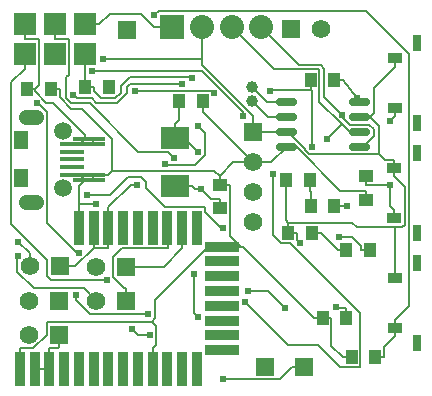
<source format=gtl>
G04 ---------------------------- Layer name :TOP LAYER*
G04 easyEDA 0.1*
G04 Scale: 100 percent, Rotated: No, Reflected: No *
G04 Dimensions in inches *
G04 leading zeros omitted , absolute positions ,2 integer and 4 * 
%FSLAX24Y24*%
%MOIN*%
G90*
G70D02*

%ADD11C,0.007080*%
%ADD12C,0.027559*%
%ADD13C,0.024016*%
%ADD14R,0.039370X0.049212*%
%ADD15R,0.049212X0.039370*%
%ADD16R,0.031496X0.057086*%
%ADD17R,0.050000X0.035433*%
%ADD18R,0.094488X0.074803*%
%ADD19R,0.078740X0.017716*%
%ADD20R,0.047240X0.062992*%
%ADD21R,0.033500X0.118100*%
%ADD22R,0.118100X0.033500*%
%ADD23R,0.080000X0.080000*%
%ADD24C,0.080000*%
%ADD26C,0.039370*%
%ADD28R,0.074000X0.074000*%
%ADD29C,0.059055*%
%ADD31R,0.062000X0.062000*%
%ADD32C,0.062000*%
%ADD34C,0.051181*%

%LPD*%
G54D11*
G01X934Y9832D02*
G01X1071Y9969D01*
G01X1071Y11507D01*
G01X1051Y11528D01*
G01X600Y11528D01*
G01X2594Y8169D02*
G01X2594Y8319D01*
G01X1521Y9392D01*
G01X1309Y9392D01*
G01X934Y9769D01*
G01X934Y9832D01*
G01X2869Y8169D02*
G01X2869Y8015D01*
G01X2594Y8169D02*
G01X2869Y8169D01*
G01X673Y9832D02*
G01X934Y9832D01*
G01X2176Y8015D02*
G01X2440Y8015D01*
G01X2594Y8169D01*
G01X2401Y6000D02*
G01X2401Y6617D01*
G01X2600Y6817D01*
G01X2401Y5905D02*
G01X2401Y6000D01*
G01X2401Y6000D02*
G01X2978Y6000D01*
G01X4835Y2082D02*
G01X1342Y2082D01*
G01X1332Y2073D01*
G01X1332Y1655D01*
G01X882Y1205D01*
G01X430Y1205D01*
G01X7160Y4588D02*
G01X6713Y4588D01*
G01X4950Y2826D01*
G01X4950Y2198D01*
G01X4835Y2082D01*
G01X4835Y2082D02*
G01X4976Y1942D01*
G01X4976Y1321D01*
G01X4860Y1205D01*
G01X4860Y519D02*
G01X4860Y1205D01*
G01X430Y519D02*
G01X430Y1205D01*
G01X7385Y4588D02*
G01X7160Y4588D01*
G01X7385Y4588D02*
G01X7788Y4588D01*
G01X3505Y7130D02*
G01X3505Y8167D01*
G01X2492Y9180D01*
G01X2140Y9180D01*
G01X1753Y9565D01*
G01X1753Y9832D01*
G01X3367Y6992D02*
G01X3505Y7130D01*
G01X3505Y7130D02*
G01X6915Y7130D01*
G01X7093Y6953D01*
G01X11959Y6446D02*
G01X11114Y6446D01*
G01X9651Y7911D01*
G01X9318Y7911D01*
G01X7788Y4588D02*
G01X7852Y4588D01*
G01X10227Y2215D01*
G01X10519Y2215D02*
G01X10227Y2215D01*
G01X7434Y6661D02*
G01X7434Y4942D01*
G01X7788Y4588D01*
G01X10665Y2215D02*
G01X10519Y2215D01*
G01X8200Y7400D02*
G01X8806Y7400D01*
G01X9318Y7911D01*
G01X11205Y10150D02*
G01X11681Y9548D01*
G01X10913Y10150D02*
G01X11205Y10150D01*
G01X4996Y11907D02*
G01X4913Y11907D01*
G01X4471Y12348D01*
G01X3421Y12348D01*
G01X3071Y12000D01*
G01X7093Y6953D02*
G01X7539Y7400D01*
G01X8200Y7400D01*
G01X7093Y6661D02*
G01X7093Y6953D01*
G01X7165Y6661D02*
G01X7093Y6661D01*
G01X7165Y6661D02*
G01X7434Y6661D01*
G01X2878Y6992D02*
G01X3367Y6992D01*
G01X2875Y6819D02*
G01X2878Y6823D01*
G01X2878Y6992D01*
G01X2401Y5219D02*
G01X2401Y5905D01*
G01X6534Y9440D02*
G01X6534Y9065D01*
G01X8200Y7400D01*
G01X2600Y6817D02*
G01X2873Y6817D01*
G01X2875Y6819D01*
G01X2600Y12000D02*
G01X3071Y12000D01*
G01X5497Y11907D02*
G01X4996Y11907D01*
G01X1461Y9832D02*
G01X1753Y9832D01*
G01X2176Y6992D02*
G01X2426Y6992D01*
G01X2600Y6817D01*
G01X10665Y2215D02*
G01X10811Y2215D01*
G01X11486Y909D02*
G01X11194Y909D01*
G01X11194Y909D02*
G01X10811Y1292D01*
G01X10811Y2215D01*
G01X11959Y6155D02*
G01X11959Y6446D01*
G01X2890Y4559D02*
G01X2284Y3953D01*
G01X1761Y3953D01*
G01X2890Y4876D02*
G01X2890Y4559D01*
G01X2890Y4559D02*
G01X2890Y4534D01*
G01X6502Y10844D02*
G01X6502Y10632D01*
G01X8200Y8936D01*
G01X8200Y8811D01*
G01X3380Y5905D02*
G01X4119Y6644D01*
G01X4348Y6644D01*
G01X12397Y7673D02*
G01X10081Y7673D01*
G01X9930Y7826D01*
G01X9930Y7861D01*
G01X9381Y8411D01*
G01X9318Y8411D01*
G01X3186Y10844D02*
G01X6502Y10844D01*
G01X6502Y11903D02*
G01X6502Y10844D01*
G01X8200Y8400D02*
G01X8200Y8811D01*
G01X3380Y5219D02*
G01X3380Y5905D01*
G01X3380Y4876D02*
G01X3380Y5219D01*
G01X12922Y5238D02*
G01X11673Y5238D01*
G01X11514Y5396D01*
G01X9377Y5396D01*
G01X9377Y5055D02*
G01X9669Y5055D01*
G01X9756Y4715D02*
G01X9669Y4801D01*
G01X9669Y5055D01*
G01X12910Y6938D02*
G01X13256Y6592D01*
G01X13256Y5321D01*
G01X13172Y5238D01*
G01X12922Y5238D01*
G01X12922Y3807D02*
G01X12922Y5238D01*
G01X12922Y10867D02*
G01X12922Y10596D01*
G01X12089Y8911D02*
G01X12222Y9044D01*
G01X12222Y9896D01*
G01X12922Y10596D01*
G01X8200Y8400D02*
G01X9306Y8400D01*
G01X9318Y8411D01*
G01X12910Y7209D02*
G01X12910Y7482D01*
G01X12910Y7482D02*
G01X12589Y7482D01*
G01X12397Y7673D01*
G01X12089Y8911D02*
G01X12397Y8603D01*
G01X12397Y7673D01*
G01X12922Y3534D02*
G01X12922Y3807D01*
G01X12910Y7209D02*
G01X12910Y6938D01*
G01X3380Y4876D02*
G01X3380Y4534D01*
G01X11757Y8911D02*
G01X12089Y8911D01*
G01X9377Y5396D02*
G01X9302Y5471D01*
G01X9302Y6805D01*
G01X9377Y5055D02*
G01X9377Y5396D01*
G01X1411Y519D02*
G01X1411Y1205D01*
G01X1411Y1205D02*
G01X1700Y1205D01*
G01X1744Y1248D01*
G01X1744Y1661D02*
G01X1744Y1248D01*
G01X921Y519D02*
G01X1411Y519D01*
G01X2890Y5219D02*
G01X2890Y4876D01*
G01X2890Y4534D02*
G01X3380Y4534D01*
G01X5600Y8273D02*
G01X5843Y8273D01*
G01X6364Y7753D01*
G01X5600Y8273D02*
G01X5600Y8682D01*
G01X5600Y8213D02*
G01X5600Y8273D01*
G01X5600Y8682D02*
G01X5747Y8830D01*
G01X5747Y9440D01*
G01X6460Y6513D02*
G01X6806Y6165D01*
G01X7093Y6165D01*
G01X6460Y6513D02*
G01X6253Y6513D01*
G01X6167Y6600D01*
G01X7093Y6019D02*
G01X7093Y5873D01*
G01X7093Y6019D02*
G01X7093Y6165D01*
G01X5600Y6600D02*
G01X6167Y6600D01*
G01X5556Y7542D02*
G01X5355Y7744D01*
G01X4376Y7744D01*
G01X2755Y9365D01*
G01X2148Y9365D01*
G01X1982Y9532D01*
G01X1982Y10234D01*
G01X2071Y10325D01*
G01X2071Y11507D01*
G01X2051Y11528D01*
G01X1600Y11528D01*
G01X1600Y12000D02*
G01X1600Y11528D01*
G01X600Y10528D02*
G01X146Y10075D01*
G01X146Y5353D01*
G01X1348Y4150D01*
G01X1348Y3601D01*
G01X1484Y3465D01*
G01X3319Y3465D01*
G01X600Y11000D02*
G01X600Y10528D01*
G01X994Y9384D02*
G01X1026Y9384D01*
G01X1336Y9073D01*
G01X1336Y5376D01*
G01X2326Y4388D01*
G01X2403Y4388D01*
G01X12922Y8942D02*
G01X12772Y8792D01*
G01X12772Y8773D01*
G01X12922Y9213D02*
G01X12922Y8942D01*
G01X12910Y5828D02*
G01X12777Y5961D01*
G01X12777Y6651D01*
G01X11959Y6651D02*
G01X12777Y6651D01*
G01X11959Y6942D02*
G01X11959Y6651D01*
G01X6915Y9713D02*
G01X6847Y9780D01*
G01X4255Y9780D01*
G01X12910Y5555D02*
G01X12910Y5828D01*
G01X12922Y1880D02*
G01X12922Y2153D01*
G01X12922Y2153D02*
G01X13398Y2628D01*
G01X13398Y11023D01*
G01X11967Y12455D01*
G01X5060Y12455D01*
G01X4905Y12300D01*
G01X12922Y1744D02*
G01X12922Y1880D01*
G01X12922Y1744D02*
G01X12922Y1609D01*
G01X12273Y909D02*
G01X12565Y909D01*
G01X12565Y909D02*
G01X12565Y1251D01*
G01X12922Y1609D01*
G01X11161Y8982D02*
G01X10568Y9576D01*
G01X10568Y10517D01*
G01X10452Y10634D01*
G01X9746Y10634D01*
G01X8480Y11901D01*
G01X11757Y7911D02*
G01X11864Y7911D01*
G01X12218Y8265D01*
G01X12218Y8507D01*
G01X12064Y8661D01*
G01X11426Y8661D01*
G01X11161Y8925D01*
G01X11161Y8982D01*
G01X11156Y8673D02*
G01X10668Y8184D01*
G01X11156Y8673D02*
G01X10417Y9413D01*
G01X10417Y10476D01*
G01X10394Y10498D01*
G01X8906Y10498D01*
G01X7497Y11907D01*
G01X11757Y8411D02*
G01X11418Y8411D01*
G01X11156Y8673D01*
G01X2613Y9917D02*
G01X2905Y9917D01*
G01X2905Y9917D02*
G01X2905Y9773D01*
G01X3146Y9532D01*
G01X3617Y9532D01*
G01X3803Y9717D01*
G01X3803Y9934D01*
G01X4103Y10234D01*
G01X6143Y10234D01*
G01X6160Y10217D01*
G01X2600Y10528D02*
G01X2613Y10515D01*
G01X2613Y9917D01*
G01X2600Y11000D02*
G01X2600Y10528D01*
G01X378Y4284D02*
G01X348Y4257D01*
G01X348Y3761D01*
G01X903Y3207D01*
G01X2563Y3207D01*
G01X2984Y2786D01*
G01X5843Y10013D02*
G01X4098Y10013D01*
G01X3988Y9903D01*
G01X3988Y9709D01*
G01X3675Y9396D01*
G01X2955Y9396D01*
G01X2819Y9532D01*
G01X2334Y9532D01*
G01X2209Y9657D01*
G01X6364Y8623D02*
G01X6607Y8380D01*
G01X6607Y7661D01*
G01X6267Y7321D01*
G01X5300Y7321D01*
G01X5264Y7357D01*
G01X8164Y9448D02*
G01X8702Y8911D01*
G01X9318Y8911D01*
G01X8164Y9919D02*
G01X8673Y9411D01*
G01X9318Y9411D01*
G01X10910Y5944D02*
G01X11335Y5944D01*
G01X12101Y4475D02*
G01X11809Y4475D01*
G01X11809Y4475D02*
G01X11809Y4621D01*
G01X11507Y4921D01*
G01X11051Y4921D01*
G01X11307Y2215D02*
G01X11307Y2555D01*
G01X11307Y2555D02*
G01X10994Y2555D01*
G01X10964Y2586D01*
G01X10165Y5055D02*
G01X10457Y5055D01*
G01X11314Y4475D02*
G01X11022Y4475D01*
G01X10457Y5055D02*
G01X10457Y5038D01*
G01X11022Y4475D01*
G01X10090Y6805D02*
G01X10090Y6463D01*
G01X10090Y6463D02*
G01X10123Y6430D01*
G01X10123Y5944D01*
G01X2836Y10438D02*
G01X6502Y10438D01*
G01X7868Y9073D01*
G01X7868Y8953D01*
G01X384Y4759D02*
G01X761Y4382D01*
G01X761Y3953D01*
G01X2657Y6313D02*
G01X3432Y6313D01*
G01X4025Y6905D01*
G01X4476Y6905D01*
G01X4648Y6732D01*
G01X4648Y6559D01*
G01X5284Y5926D01*
G01X6572Y5926D01*
G01X6593Y5905D01*
G01X6593Y5748D01*
G01X7126Y5217D01*
G01X7200Y5217D01*
G01X9268Y2561D02*
G01X8710Y3119D01*
G01X8034Y3119D01*
G01X8856Y7003D02*
G01X8856Y4965D01*
G01X9119Y4703D01*
G01X9447Y4703D01*
G01X11777Y2371D01*
G01X11777Y588D01*
G01X11757Y569D01*
G01X11111Y569D01*
G01X10364Y1315D01*
G01X9381Y1315D01*
G01X7938Y2759D01*
G01X10152Y7917D02*
G01X10152Y9782D01*
G01X10125Y9809D01*
G01X10125Y9809D02*
G01X8780Y9809D01*
G01X8752Y9780D01*
G01X10125Y10150D02*
G01X10125Y9809D01*
G01X4753Y1644D02*
G01X4384Y1644D01*
G01X4173Y1857D01*
G01X9903Y576D02*
G01X9492Y576D01*
G01X9492Y576D02*
G01X9085Y167D01*
G01X7185Y167D01*
G01X4710Y2340D02*
G01X2769Y2340D01*
G01X2288Y2823D01*
G01X2288Y2986D01*
G01X6223Y3688D02*
G01X6223Y2390D01*
G01X6377Y2236D01*
G01X4394Y3917D02*
G01X5225Y3917D01*
G01X5840Y4534D01*
G01X3982Y3917D02*
G01X4394Y3917D01*
G01X5840Y5219D02*
G01X5840Y4534D01*
G01X5351Y4534D02*
G01X3826Y4534D01*
G01X3526Y4234D01*
G01X3526Y3573D01*
G01X3901Y3198D01*
G01X3984Y3198D01*
G01X3984Y2786D02*
G01X3984Y3198D01*
G01X5351Y5219D02*
G01X5351Y4534D01*
G01X600Y12000D02*
G01X600Y11528D01*
G54D12*
G01X11541Y7911D02*
G01X11974Y7911D01*
G01X11541Y8411D02*
G01X11974Y8411D01*
G01X11541Y8911D02*
G01X11974Y8911D01*
G01X11541Y9411D02*
G01X11974Y9411D01*
G01X9101Y7911D02*
G01X9534Y7911D01*
G01X9101Y8411D02*
G01X9534Y8411D01*
G01X9101Y8911D02*
G01X9534Y8911D01*
G01X9101Y9411D02*
G01X9534Y9411D01*
G54D14*
G01X5746Y9440D03*
G01X6534Y9440D03*
G54D15*
G01X7093Y6661D03*
G01X7093Y5873D03*
G54D16*
G01X13661Y8715D03*
G01X13661Y11371D03*
G54D17*
G01X12922Y9213D03*
G01X12922Y10867D03*
G54D16*
G01X13651Y5057D03*
G01X13651Y7713D03*
G54D17*
G01X12910Y5555D03*
G01X12910Y7209D03*
G54D16*
G01X13663Y1382D03*
G01X13663Y4038D03*
G54D17*
G01X12922Y1880D03*
G01X12922Y3534D03*
G54D18*
G01X5600Y6600D03*
G01X5600Y8213D03*
G54D14*
G01X11313Y4475D03*
G01X12101Y4475D03*
G01X1461Y9832D03*
G01X673Y9832D03*
G01X10122Y5944D03*
G01X10910Y5944D03*
G01X10090Y6805D03*
G01X9302Y6805D03*
G01X10165Y5055D03*
G01X9377Y5055D03*
G54D19*
G01X2176Y6992D03*
G01X2176Y7248D03*
G01X2176Y7503D03*
G01X2176Y7759D03*
G01X2176Y8015D03*
G54D20*
G01X478Y6871D03*
G01X484Y8163D03*
G54D14*
G01X10519Y2215D03*
G01X11307Y2215D03*
G01X10913Y10150D03*
G01X10125Y10150D03*
G01X3401Y9917D03*
G01X2613Y9917D03*
G01X11485Y909D03*
G01X12273Y909D03*
G54D15*
G01X11959Y6155D03*
G01X11959Y6942D03*
G54D21*
G01X6330Y519D03*
G01X5839Y519D03*
G01X5350Y519D03*
G01X4860Y519D03*
G01X4369Y519D03*
G01X3869Y519D03*
G01X3380Y519D03*
G01X2890Y519D03*
G01X2400Y519D03*
G01X1900Y519D03*
G01X1409Y519D03*
G01X919Y519D03*
G01X430Y519D03*
G01X6330Y5219D03*
G01X5839Y5219D03*
G01X5350Y5219D03*
G01X4860Y5219D03*
G01X4369Y5219D03*
G01X3869Y5219D03*
G01X3380Y5219D03*
G01X2890Y5219D03*
G01X2400Y5219D03*
G54D22*
G01X7160Y1150D03*
G01X7160Y1640D03*
G01X7160Y2130D03*
G01X7160Y2630D03*
G01X7160Y3119D03*
G01X7160Y3609D03*
G01X7160Y4100D03*
G01X7160Y4590D03*
G54D19*
G01X2869Y8015D03*
G01X2878Y6992D03*
G01X2594Y8169D03*
G01X2600Y6817D03*
G01X2869Y8169D03*
G01X2875Y6819D03*
G54D23*
G01X5498Y11907D03*
G54D24*
G01X6502Y11903D03*
G01X7497Y11907D03*
G01X8480Y11901D03*
G54D26*
G01X8164Y9448D03*
G01X8164Y9919D03*
G54D28*
G01X600Y11000D03*
G01X600Y12000D03*
G01X1600Y11000D03*
G01X1600Y12000D03*
G01X2600Y11000D03*
G01X2600Y12000D03*
G54D29*
G01X1867Y8448D03*
G01X1867Y6542D03*
G54D31*
G01X8600Y580D03*
G01X9903Y576D03*
G01X1761Y3953D03*
G54D32*
G01X761Y3953D03*
G54D31*
G01X1744Y1661D03*
G54D32*
G01X744Y1661D03*
G54D31*
G01X1746Y2780D03*
G54D32*
G01X746Y2780D03*
G54D31*
G01X9475Y11850D03*
G54D32*
G01X10475Y11850D03*
G54D31*
G01X4000Y11800D03*
G01X8200Y8400D03*
G54D32*
G01X8200Y7400D03*
G01X8200Y6400D03*
G01X8200Y5400D03*
G54D31*
G01X3982Y3917D03*
G54D32*
G01X2982Y3917D03*
G54D31*
G01X3984Y2786D03*
G54D32*
G01X2984Y2786D03*
G54D13*
G01X2978Y6000D03*
G01X11681Y9548D03*
G01X4348Y6644D03*
G01X9756Y4715D03*
G01X3186Y10844D03*
G01X6364Y7753D03*
G01X6460Y6513D03*
G01X5556Y7542D03*
G01X3319Y3465D03*
G01X2403Y4388D03*
G01X994Y9384D03*
G01X12772Y8773D03*
G01X12777Y6651D03*
G01X6915Y9713D03*
G01X4255Y9780D03*
G01X4905Y12300D03*
G01X11161Y8982D03*
G01X10668Y8184D03*
G01X6160Y10217D03*
G01X5843Y10013D03*
G01X2209Y9657D03*
G01X378Y4284D03*
G01X6364Y8623D03*
G01X5264Y7357D03*
G01X11335Y5944D03*
G01X11051Y4921D03*
G01X10964Y2586D03*
G01X384Y4759D03*
G01X2836Y10438D03*
G01X7868Y8953D03*
G01X2657Y6313D03*
G01X7200Y5217D03*
G01X8034Y3119D03*
G01X9268Y2561D03*
G01X10152Y7917D03*
G01X8856Y7003D03*
G01X7938Y2759D03*
G01X8752Y9780D03*
G01X4173Y1857D03*
G01X4753Y1644D03*
G01X7185Y167D03*
G01X6223Y3688D03*
G01X6377Y2236D03*
G01X4710Y2340D03*
G01X2288Y2986D03*
G54D23*
G01X5498Y11907D03*
G54D24*
G01X6502Y11903D03*
G01X7497Y11907D03*
G01X8480Y11901D03*
G54D26*
G01X8164Y9448D03*
G01X8164Y9919D03*
G54D28*
G01X600Y11000D03*
G01X600Y12000D03*
G01X1600Y11000D03*
G01X1600Y12000D03*
G01X2600Y11000D03*
G01X2600Y12000D03*
G54D29*
G01X1867Y8448D03*
G01X1867Y6542D03*
G54D31*
G01X8600Y580D03*
G01X9903Y576D03*
G01X1761Y3953D03*
G54D32*
G01X761Y3953D03*
G54D31*
G01X1744Y1661D03*
G54D32*
G01X744Y1661D03*
G54D31*
G01X1746Y2780D03*
G54D32*
G01X746Y2780D03*
G54D31*
G01X9475Y11850D03*
G54D32*
G01X10475Y11850D03*
G54D31*
G01X4000Y11800D03*
G01X8200Y8400D03*
G54D32*
G01X8200Y7400D03*
G01X8200Y6400D03*
G01X8200Y5400D03*
G54D31*
G01X3982Y3917D03*
G54D32*
G01X2982Y3917D03*
G54D31*
G01X3984Y2786D03*
G54D32*
G01X2984Y2786D03*
G54D34*
G01X981Y6075D02*
G01X626Y6075D01*
G01X981Y8925D02*
G01X626Y8925D01*

M00*
M02*
</source>
